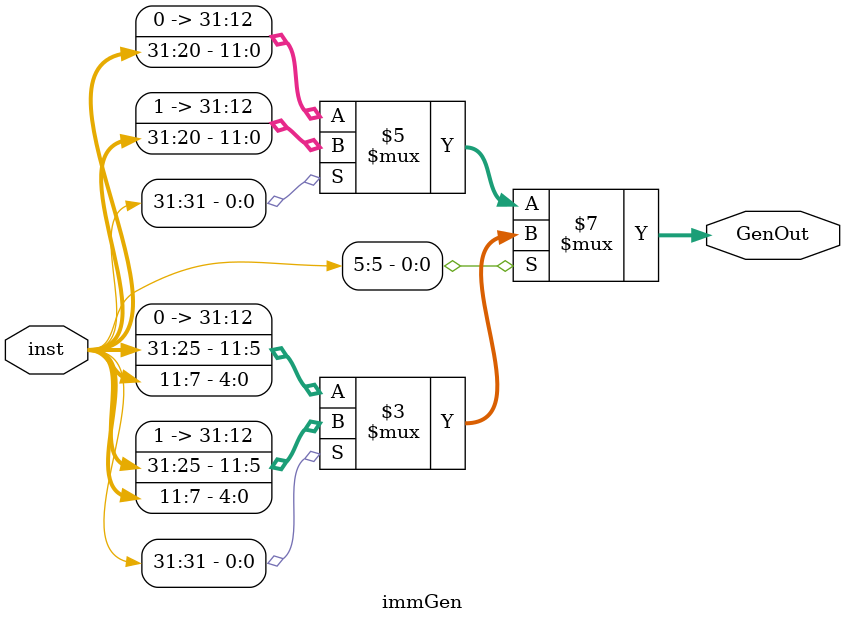
<source format=v>
module immGen (
   input [31:0] inst,
   output reg [31:0] GenOut
);

   // Concatenate the bits as intended
   always @* begin
      
   if (inst[5]) begin
    GenOut = (inst[31] == 1'b1) ? {{20{1'b1}}, inst[31:25], inst[11:7]} : {{20{1'b0}}, inst[31:25], inst[11:7]};
   end else begin
    GenOut = (inst[31] == 1'b1) ? {{20{1'b1}}, inst[31:20]} : {{20{1'b0}}, inst[31:20]};
   end
   end

endmodule

</source>
